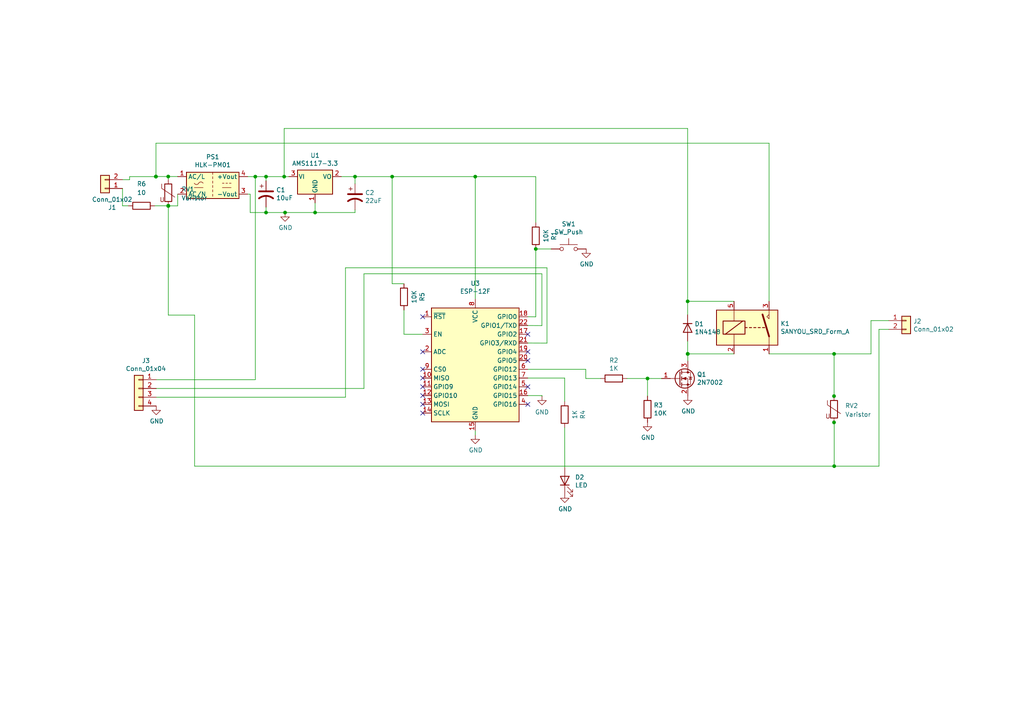
<source format=kicad_sch>
(kicad_sch (version 20211123) (generator eeschema)
  (paper "A4")
  (lib_symbols
    (symbol "Connector_Generic:Conn_01x02" (pin_names (offset 1.016) hide)
      (property "Reference" "J" (at 0 2.54 0))
      (property "Value" "Conn_01x02" (at 0 -5.08 0))
      (symbol "Conn_01x02_1_1"
        (rectangle (start -1.27 -2.413) (end 0 -2.667) (stroke (width 0.1524)))
        (rectangle (start -1.27 0.127) (end 0 -0.127) (stroke (width 0.1524)))
        (rectangle (start -1.27 1.27) (end 1.27 -3.81) (stroke (width 0.254)) (fill (type background)))
        (pin passive line (at -5.08 0 0) (length 3.81) (name "Pin_1") (number "1"))
        (pin passive line (at -5.08 -2.54 0) (length 3.81) (name "Pin_2") (number "2"))
      )
    )
    (symbol "Connector_Generic:Conn_01x04" (pin_names (offset 1.016) hide)
      (property "Reference" "J" (at 0 5.08 0))
      (property "Value" "Conn_01x04" (at 0 -7.62 0))
      (symbol "Conn_01x04_1_1"
        (rectangle (start -1.27 -4.953) (end 0 -5.207) (stroke (width 0.1524)))
        (rectangle (start -1.27 -2.413) (end 0 -2.667) (stroke (width 0.1524)))
        (rectangle (start -1.27 0.127) (end 0 -0.127) (stroke (width 0.1524)))
        (rectangle (start -1.27 2.667) (end 0 2.413) (stroke (width 0.1524)))
        (rectangle (start -1.27 3.81) (end 1.27 -6.35) (stroke (width 0.254)) (fill (type background)))
        (pin passive line (at -5.08 2.54 0) (length 3.81) (name "Pin_1") (number "1"))
        (pin passive line (at -5.08 0 0) (length 3.81) (name "Pin_2") (number "2"))
        (pin passive line (at -5.08 -2.54 0) (length 3.81) (name "Pin_3") (number "3"))
        (pin passive line (at -5.08 -5.08 0) (length 3.81) (name "Pin_4") (number "4"))
      )
    )
    (symbol "Converter_ACDC:HLK-PM01"
      (property "Reference" "PS" (at 0 5.08 0))
      (property "Value" "HLK-PM01" (at 0 -5.08 0))
      (symbol "HLK-PM01_0_1"
        (rectangle (start -7.62 3.81) (end 7.62 -3.81) (stroke (width 0.254)) (fill (type background)))
        (arc (start -5.334 0.635) (mid -4.699 0.2495) (end -4.064 0.635))
        (arc (start -2.794 0.635) (mid -3.429 1.0072) (end -4.064 0.635))
        (polyline (pts (xy -5.334 -0.635) (xy -2.794 -0.635)))
        (polyline (pts (xy 0 -2.54) (xy 0 -3.175)))
        (polyline (pts (xy 0 -1.27) (xy 0 -1.905)))
        (polyline (pts (xy 0 0) (xy 0 -0.635)))
        (polyline (pts (xy 0 1.27) (xy 0 0.635)))
        (polyline (pts (xy 0 2.54) (xy 0 1.905)))
        (polyline (pts (xy 0 3.81) (xy 0 3.175)))
        (polyline (pts (xy 2.794 -0.635) (xy 5.334 -0.635)))
        (polyline (pts (xy 2.794 0.635) (xy 3.302 0.635)))
        (polyline (pts (xy 3.81 0.635) (xy 4.318 0.635)))
        (polyline (pts (xy 4.826 0.635) (xy 5.334 0.635)))
      )
      (symbol "HLK-PM01_1_1"
        (pin power_in line (at -10.16 2.54 0) (length 2.54) (name "AC/L") (number "1"))
        (pin power_in line (at -10.16 -2.54 0) (length 2.54) (name "AC/N") (number "2"))
        (pin power_out line (at 10.16 -2.54 180) (length 2.54) (name "-Vout") (number "3"))
        (pin power_out line (at 10.16 2.54 180) (length 2.54) (name "+Vout") (number "4"))
      )
    )
    (symbol "Device:LED" (pin_numbers hide) (pin_names (offset 1.016) hide)
      (property "Reference" "D" (at 0 2.54 0))
      (property "Value" "LED" (at 0 -2.54 0))
      (symbol "LED_0_1"
        (polyline (pts (xy -1.27 -1.27) (xy -1.27 1.27)) (stroke (width 0.254)))
        (polyline (pts (xy -1.27 0) (xy 1.27 0)))
        (polyline (pts (xy 1.27 -1.27) (xy 1.27 1.27) (xy -1.27 0) (xy 1.27 -1.27)) (stroke (width 0.254)))
        (polyline (pts (xy -3.048 -0.762) (xy -4.572 -2.286) (xy -3.81 -2.286) (xy -4.572 -2.286) (xy -4.572 -1.524)))
        (polyline (pts (xy -1.778 -0.762) (xy -3.302 -2.286) (xy -2.54 -2.286) (xy -3.302 -2.286) (xy -3.302 -1.524)))
      )
      (symbol "LED_1_1"
        (pin passive line (at -3.81 0 0) (length 2.54) (name "K") (number "1"))
        (pin passive line (at 3.81 0 180) (length 2.54) (name "A") (number "2"))
      )
    )
    (symbol "Device:R" (pin_numbers hide) (pin_names (offset 0))
      (property "Reference" "R" (at 2.032 0 90))
      (property "Value" "R" (at 0 0 90))
      (symbol "R_0_1"
        (rectangle (start -1.016 -2.54) (end 1.016 2.54) (stroke (width 0.254)))
      )
      (symbol "R_1_1"
        (pin passive line (at 0 3.81 270) (length 1.27) (name "~") (number "1"))
        (pin passive line (at 0 -3.81 90) (length 1.27) (name "~") (number "2"))
      )
    )
    (symbol "Device:Varistor" (pin_numbers hide) (pin_names (offset 0))
      (property "Reference" "RV" (at 3.175 0 90))
      (property "Value" "Varistor" (at -3.175 0 90))
      (symbol "Varistor_0_0"
        (text "U" (at -1.778 -2.032 0) (effects (font (size 1.27 1.27))))
      )
      (symbol "Varistor_0_1"
        (rectangle (start -1.016 -2.54) (end 1.016 2.54) (stroke (width 0.254)))
        (polyline (pts (xy -1.905 2.54) (xy -1.905 1.27) (xy 1.905 -1.27)))
      )
      (symbol "Varistor_1_1"
        (pin passive line (at 0 3.81 270) (length 1.27) (name "~") (number "1"))
        (pin passive line (at 0 -3.81 90) (length 1.27) (name "~") (number "2"))
      )
    )
    (symbol "Diode:1N4148" (pin_numbers hide) (pin_names (offset 1.016) hide)
      (property "Reference" "D" (at 0 2.54 0))
      (property "Value" "1N4148" (at 0 -2.54 0))
      (symbol "1N4148_0_1"
        (polyline (pts (xy -1.27 1.27) (xy -1.27 -1.27)) (stroke (width 0.254)))
        (polyline (pts (xy 1.27 0) (xy -1.27 0)))
        (polyline (pts (xy 1.27 1.27) (xy 1.27 -1.27) (xy -1.27 0) (xy 1.27 1.27)) (stroke (width 0.254)))
      )
      (symbol "1N4148_1_1"
        (pin passive line (at -3.81 0 0) (length 2.54) (name "K") (number "1"))
        (pin passive line (at 3.81 0 180) (length 2.54) (name "A") (number "2"))
      )
    )
    (symbol "RF_Module:ESP-12F"
      (property "Reference" "U" (at -12.7 19.05 0))
      (property "Value" "ESP-12F" (at 12.7 19.05 0))
      (symbol "ESP-12F_0_1"
        (rectangle (start -12.7 17.78) (end 12.7 -15.24) (stroke (width 0.254)) (fill (type background)))
      )
      (symbol "ESP-12F_1_1"
        (pin input line (at -15.24 15.24 0) (length 2.54) (name "~{RST}") (number "1"))
        (pin bidirectional line (at -15.24 -2.54 0) (length 2.54) (name "MISO") (number "10"))
        (pin bidirectional line (at -15.24 -5.08 0) (length 2.54) (name "GPIO9") (number "11"))
        (pin bidirectional line (at -15.24 -7.62 0) (length 2.54) (name "GPIO10") (number "12"))
        (pin bidirectional line (at -15.24 -10.16 0) (length 2.54) (name "MOSI") (number "13"))
        (pin bidirectional line (at -15.24 -12.7 0) (length 2.54) (name "SCLK") (number "14"))
        (pin power_in line (at 0 -17.78 90) (length 2.54) (name "GND") (number "15"))
        (pin bidirectional line (at 15.24 -7.62 180) (length 2.54) (name "GPIO15") (number "16"))
        (pin bidirectional line (at 15.24 10.16 180) (length 2.54) (name "GPIO2") (number "17"))
        (pin bidirectional line (at 15.24 15.24 180) (length 2.54) (name "GPIO0") (number "18"))
        (pin bidirectional line (at 15.24 5.08 180) (length 2.54) (name "GPIO4") (number "19"))
        (pin input line (at -15.24 5.08 0) (length 2.54) (name "ADC") (number "2"))
        (pin bidirectional line (at 15.24 2.54 180) (length 2.54) (name "GPIO5") (number "20"))
        (pin bidirectional line (at 15.24 7.62 180) (length 2.54) (name "GPIO3/RXD") (number "21"))
        (pin bidirectional line (at 15.24 12.7 180) (length 2.54) (name "GPIO1/TXD") (number "22"))
        (pin input line (at -15.24 10.16 0) (length 2.54) (name "EN") (number "3"))
        (pin bidirectional line (at 15.24 -10.16 180) (length 2.54) (name "GPIO16") (number "4"))
        (pin bidirectional line (at 15.24 -5.08 180) (length 2.54) (name "GPIO14") (number "5"))
        (pin bidirectional line (at 15.24 0 180) (length 2.54) (name "GPIO12") (number "6"))
        (pin bidirectional line (at 15.24 -2.54 180) (length 2.54) (name "GPIO13") (number "7"))
        (pin power_in line (at 0 20.32 270) (length 2.54) (name "VCC") (number "8"))
        (pin input line (at -15.24 0 0) (length 2.54) (name "CS0") (number "9"))
      )
    )
    (symbol "Regulator_Linear:AMS1117-3.3" (pin_names (offset 0.254))
      (property "Reference" "U" (at -3.81 3.175 0))
      (property "Value" "AMS1117-3.3" (at 0 3.175 0))
      (symbol "AMS1117-3.3_0_1"
        (rectangle (start -5.08 -5.08) (end 5.08 1.905) (stroke (width 0.254)) (fill (type background)))
      )
      (symbol "AMS1117-3.3_1_1"
        (pin power_in line (at 0 -7.62 90) (length 2.54) (name "GND") (number "1"))
        (pin power_out line (at 7.62 0 180) (length 2.54) (name "VO") (number "2"))
        (pin power_in line (at -7.62 0 0) (length 2.54) (name "VI") (number "3"))
      )
    )
    (symbol "Relay:SANYOU_SRD_Form_A"
      (property "Reference" "K" (at 8.89 3.81 0))
      (property "Value" "SANYOU_SRD_Form_A" (at 8.89 1.27 0))
      (symbol "SANYOU_SRD_Form_A_0_0"
        (polyline (pts (xy 5.08 5.08) (xy 5.08 2.54) (xy 4.445 3.175) (xy 5.08 3.81)))
      )
      (symbol "SANYOU_SRD_Form_A_0_1"
        (rectangle (start -10.16 5.08) (end 7.62 -5.08) (stroke (width 0.254)) (fill (type background)))
        (rectangle (start -8.255 1.905) (end -1.905 -1.905) (stroke (width 0.254)))
        (polyline (pts (xy -7.62 -1.905) (xy -2.54 1.905)) (stroke (width 0.254)))
        (polyline (pts (xy -5.08 -5.08) (xy -5.08 -1.905)))
        (polyline (pts (xy -5.08 5.08) (xy -5.08 1.905)))
        (polyline (pts (xy -1.905 0) (xy -1.27 0)) (stroke (width 0.254)))
        (polyline (pts (xy -0.635 0) (xy 0 0)) (stroke (width 0.254)))
        (polyline (pts (xy 0.635 0) (xy 1.27 0)) (stroke (width 0.254)))
        (polyline (pts (xy 1.905 0) (xy 2.54 0)) (stroke (width 0.254)))
        (polyline (pts (xy 3.175 0) (xy 3.81 0)) (stroke (width 0.254)))
        (polyline (pts (xy 5.08 -2.54) (xy 3.175 3.81)) (stroke (width 0.508)))
        (polyline (pts (xy 5.08 -2.54) (xy 5.08 -5.08)))
      )
      (symbol "SANYOU_SRD_Form_A_1_1"
        (pin passive line (at 5.08 -7.62 90) (length 2.54) (name "~") (number "1"))
        (pin passive line (at -5.08 -7.62 90) (length 2.54) (name "~") (number "2"))
        (pin passive line (at 5.08 7.62 270) (length 2.54) (name "~") (number "3"))
        (pin passive line (at -5.08 7.62 270) (length 2.54) (name "~") (number "5"))
      )
    )
    (symbol "Switch:SW_Push" (pin_numbers hide) (pin_names (offset 1.016) hide)
      (property "Reference" "SW" (at 1.27 2.54 0))
      (property "Value" "SW_Push" (at 0 -1.524 0))
      (symbol "SW_Push_0_1"
        (circle (center -2.032 0) (radius 0.508))
        (polyline (pts (xy 0 1.27) (xy 0 3.048)))
        (polyline (pts (xy 2.54 1.27) (xy -2.54 1.27)))
        (circle (center 2.032 0) (radius 0.508))
        (pin passive line (at -5.08 0 0) (length 2.54) (name "1") (number "1"))
        (pin passive line (at 5.08 0 180) (length 2.54) (name "2") (number "2"))
      )
    )
    (symbol "Transistor_FET:2N7002" (pin_names hide)
      (property "Reference" "Q" (at 5.08 1.905 0))
      (property "Value" "2N7002" (at 5.08 0 0))
      (symbol "2N7002_0_1"
        (polyline (pts (xy 0.254 0) (xy -2.54 0)))
        (polyline (pts (xy 0.254 1.905) (xy 0.254 -1.905)) (stroke (width 0.254)))
        (polyline (pts (xy 0.762 -1.27) (xy 0.762 -2.286)) (stroke (width 0.254)))
        (polyline (pts (xy 0.762 0.508) (xy 0.762 -0.508)) (stroke (width 0.254)))
        (polyline (pts (xy 0.762 2.286) (xy 0.762 1.27)) (stroke (width 0.254)))
        (polyline (pts (xy 2.54 2.54) (xy 2.54 1.778)))
        (polyline (pts (xy 2.54 -2.54) (xy 2.54 0) (xy 0.762 0)))
        (polyline (pts (xy 0.762 -1.778) (xy 3.302 -1.778) (xy 3.302 1.778) (xy 0.762 1.778)))
        (polyline (pts (xy 1.016 0) (xy 2.032 0.381) (xy 2.032 -0.381) (xy 1.016 0)) (fill (type outline)))
        (polyline (pts (xy 2.794 0.508) (xy 2.921 0.381) (xy 3.683 0.381) (xy 3.81 0.254)))
        (polyline (pts (xy 3.302 0.381) (xy 2.921 -0.254) (xy 3.683 -0.254) (xy 3.302 0.381)))
        (circle (center 1.651 0) (radius 2.794) (stroke (width 0.254)))
        (circle (center 2.54 -1.778) (radius 0.254) (fill (type outline)))
        (circle (center 2.54 1.778) (radius 0.254) (fill (type outline)))
      )
      (symbol "2N7002_1_1"
        (pin input line (at -5.08 0 0) (length 2.54) (name "G") (number "1"))
        (pin passive line (at 2.54 -5.08 90) (length 2.54) (name "S") (number "2"))
        (pin passive line (at 2.54 5.08 270) (length 2.54) (name "D") (number "3"))
      )
    )
    (symbol "iotOnOff-rescue:CP1-Device" (pin_numbers hide) (pin_names (offset 0.254) hide)
      (property "Reference" "C" (at 0.635 2.54 0))
      (property "Value" "CP1-Device" (at 0.635 -2.54 0))
      (symbol "CP1-Device_0_1"
        (polyline (pts (xy -2.032 0.762) (xy 2.032 0.762)) (stroke (width 0.508)))
        (polyline (pts (xy -1.778 2.286) (xy -0.762 2.286)))
        (polyline (pts (xy -1.27 1.778) (xy -1.27 2.794)))
        (arc (start 2.032 -1.27) (mid 0 -0.5572) (end -2.032 -1.27) (stroke (width 0.508)))
      )
      (symbol "CP1-Device_1_1"
        (pin passive line (at 0 3.81 270) (length 2.794) (name "~") (number "1"))
        (pin passive line (at 0 -3.81 90) (length 3.302) (name "~") (number "2"))
      )
    )
    (symbol "power:GND" (power) (pin_names (offset 0))
      (property "Value" "GND" (at 0 -3.81 0))
      (symbol "GND_0_1"
        (polyline (pts (xy 0 0) (xy 0 -1.27) (xy 1.27 -1.27) (xy 0 -2.54) (xy -1.27 -1.27) (xy 0 -1.27)))
      )
      (symbol "GND_1_1"
        (pin power_in line (at 0 0 270) (length 0) hide (name "GND") (number "1"))
      )
    )
  )
  (junction (at 74.0521 51.2318))
  (junction (at 77.1652 51.2318))
  (junction (at 45.2 51.2))
  (junction (at 48.8 59.71))
  (junction (at 91.3892 61.6458))
  (junction (at 113.7412 51.2318))
  (junction (at 45.2374 51.2318))
  (junction (at 199.4408 87.4014))
  (junction (at 48.8155 59.71))
  (junction (at 48.8017 59.6926))
  (junction (at 199.4916 102.6414))
  (junction (at 241.9208 102.6414))
  (junction (at 48.8017 59.71))
  (junction (at 199.4408 102.6414))
  (junction (at 241.9517 135.2042))
  (junction (at 137.8458 51.2318))
  (junction (at 102.9716 51.2318))
  (junction (at 48.8 51.2))
  (junction (at 82.677 61.6458))
  (junction (at 155.3972 72.2122))
  (junction (at 241.9 114.89))
  (junction (at 77.1652 61.6458))
  (junction (at 241.9 122.51))
  (junction (at 187.8076 109.7788))
  (junction (at 82.423 51.2318))
  (no_connect (at 122.6058 117.2718))
  (no_connect (at 153.0858 104.5718))
  (no_connect (at 122.6058 114.7318))
  (no_connect (at 122.6058 112.1918))
  (no_connect (at 122.6058 119.8118))
  (no_connect (at 153.0858 112.1918))
  (no_connect (at 153.0858 96.9518))
  (no_connect (at 122.6058 102.0318))
  (no_connect (at 122.6058 91.8718))
  (no_connect (at 153.0858 117.2718))
  (no_connect (at 153.0858 102.0318))
  (no_connect (at 122.6058 109.6518))
  (no_connect (at 122.6058 107.1118))
  (wire (pts (xy 241.9208 102.6414) (xy 241.9208 114.89)))
  (wire (pts (xy 252.6284 92.9894) (xy 257.7592 92.9894)))
  (wire (pts (xy 102.9716 51.2318) (xy 113.7412 51.2318)))
  (wire (pts (xy 105.5624 112.6744) (xy 105.5624 79.4004)))
  (wire (pts (xy 155.3972 91.8972) (xy 153.0858 91.8718)))
  (wire (pts (xy 74.0521 110.1344) (xy 74.0521 51.2318)))
  (wire (pts (xy 51.5 51.2) (xy 48.8 51.2)))
  (wire (pts (xy 187.8076 114.8842) (xy 187.8076 109.7788)))
  (wire (pts (xy 51.5366 56.3118) (xy 51.5366 59.71)))
  (wire (pts (xy 169.9006 107.1118) (xy 169.9006 109.7788)))
  (wire (pts (xy 191.8716 109.7788) (xy 187.8076 109.7788)))
  (wire (pts (xy 45.2 51.2) (xy 45.2374 51.2318)))
  (wire (pts (xy 35.5346 59.6926) (xy 37.2312 59.6926)))
  (wire (pts (xy 100.203 77.6732) (xy 158.6484 77.6732)))
  (wire (pts (xy 56.4388 91.3892) (xy 56.4388 135.2042)))
  (wire (pts (xy 252.6284 102.6414) (xy 252.6284 92.9894)))
  (wire (pts (xy 155.3972 72.2122) (xy 155.3972 91.8972)))
  (wire (pts (xy 48.8 51.2) (xy 48.8 52.09)))
  (wire (pts (xy 223.0628 41.529) (xy 223.0628 87.4014)))
  (wire (pts (xy 77.1652 51.2318) (xy 82.423 51.2318)))
  (wire (pts (xy 241.9517 135.2042) (xy 254.9398 135.2042)))
  (wire (pts (xy 199.4408 37.2618) (xy 199.4408 87.4014)))
  (wire (pts (xy 100.203 115.2144) (xy 100.203 77.6732)))
  (wire (pts (xy 77.1652 52.451) (xy 77.1652 51.2318)))
  (wire (pts (xy 199.4408 87.4014) (xy 212.9028 87.4014)))
  (wire (pts (xy 153.0858 114.7318) (xy 157.2 114.7318)))
  (wire (pts (xy 105.5624 79.4004) (xy 157.1752 79.4004)))
  (wire (pts (xy 71.8566 51.2318) (xy 74.0521 51.2318)))
  (wire (pts (xy 163.7792 124.0536) (xy 163.8046 135.6106)))
  (wire (pts (xy 45.2374 51.2318) (xy 37.592 51.2318)))
  (wire (pts (xy 137.8458 86.7918) (xy 137.8458 51.2318)))
  (wire (pts (xy 51.5366 59.71) (xy 48.8155 59.71)))
  (wire (pts (xy 157.2 114.7318) (xy 157.2 114.9)))
  (wire (pts (xy 117.1702 89.916) (xy 117.1702 96.9518)))
  (wire (pts (xy 45.3136 110.1344) (xy 74.0521 110.1344)))
  (wire (pts (xy 137.8458 51.2318) (xy 155.3972 51.2318)))
  (wire (pts (xy 102.9716 53.2638) (xy 102.9716 51.2318)))
  (wire (pts (xy 199.4408 102.6414) (xy 199.4916 102.6414)))
  (wire (pts (xy 45.3136 115.2144) (xy 100.203 115.2144)))
  (wire (pts (xy 113.7412 51.2318) (xy 137.8458 51.2318)))
  (wire (pts (xy 82.423 37.2618) (xy 82.423 51.2318)))
  (wire (pts (xy 158.6484 99.5172) (xy 153.0858 99.4918)))
  (wire (pts (xy 241.9517 135.2042) (xy 241.9517 122.51)))
  (wire (pts (xy 241.9208 102.6414) (xy 252.6284 102.6414)))
  (wire (pts (xy 99.0092 51.2318) (xy 102.9716 51.2318)))
  (wire (pts (xy 199.4408 37.2618) (xy 82.423 37.2618)))
  (wire (pts (xy 51.5 51.2) (xy 51.5366 51.2318)))
  (wire (pts (xy 241.9517 122.51) (xy 241.9 122.51)))
  (wire (pts (xy 56.4388 135.2042) (xy 241.9517 135.2042)))
  (wire (pts (xy 72.5678 61.6458) (xy 77.1652 61.6458)))
  (wire (pts (xy 45.2374 51.2318) (xy 45.2374 41.529)))
  (wire (pts (xy 158.6484 77.6732) (xy 158.6484 99.5172)))
  (wire (pts (xy 45.2374 41.529) (xy 223.0628 41.529)))
  (wire (pts (xy 74.0521 51.2318) (xy 77.1652 51.2318)))
  (wire (pts (xy 113.7412 51.2318) (xy 113.7412 82.296)))
  (wire (pts (xy 157.1752 79.4004) (xy 157.1752 94.4372)))
  (wire (pts (xy 169.9006 109.7788) (xy 174.2186 109.7788)))
  (wire (pts (xy 199.4408 98.933) (xy 199.4408 102.6414)))
  (wire (pts (xy 241.9208 114.89) (xy 241.9 114.89)))
  (wire (pts (xy 137.8458 124.8918) (xy 137.8458 126.1618)))
  (wire (pts (xy 48.8155 59.71) (xy 48.8017 59.71)))
  (wire (pts (xy 199.4916 104.6988) (xy 199.4916 102.6414)))
  (wire (pts (xy 37.592 51.2318) (xy 37.592 52.1208)))
  (wire (pts (xy 48.8017 59.6926) (xy 48.8017 59.71)))
  (wire (pts (xy 77.1652 60.071) (xy 77.1652 61.6458)))
  (wire (pts (xy 45.3136 112.6744) (xy 105.5624 112.6744)))
  (wire (pts (xy 254.9398 135.2042) (xy 254.9398 95.5294)))
  (wire (pts (xy 48.8155 91.3892) (xy 48.8155 59.71)))
  (wire (pts (xy 155.3972 72.2122) (xy 159.8676 72.2122)))
  (wire (pts (xy 155.3972 51.2318) (xy 155.3972 64.5922)))
  (wire (pts (xy 163.7792 109.6518) (xy 163.7792 116.4336)))
  (wire (pts (xy 254.9398 95.5294) (xy 257.7592 95.5294)))
  (wire (pts (xy 117.1702 96.9518) (xy 122.6058 96.9518)))
  (wire (pts (xy 37.592 52.1208) (xy 35.5346 52.1208)))
  (wire (pts (xy 102.9716 60.8838) (xy 102.9716 61.6458)))
  (wire (pts (xy 223.0628 102.6414) (xy 241.9208 102.6414)))
  (wire (pts (xy 72.5678 56.3118) (xy 72.5678 61.6458)))
  (wire (pts (xy 56.4388 91.3892) (xy 48.8155 91.3892)))
  (wire (pts (xy 44.8512 59.6926) (xy 48.8017 59.6926)))
  (wire (pts (xy 77.1652 61.6458) (xy 82.677 61.6458)))
  (wire (pts (xy 82.677 61.6458) (xy 91.3892 61.6458)))
  (wire (pts (xy 187.8076 109.7788) (xy 181.8386 109.7788)))
  (wire (pts (xy 153.0858 107.1118) (xy 169.9006 107.1118)))
  (wire (pts (xy 48.8 51.2) (xy 45.2 51.2)))
  (wire (pts (xy 48.8017 59.71) (xy 48.8 59.71)))
  (wire (pts (xy 71.8566 56.3118) (xy 72.5678 56.3118)))
  (wire (pts (xy 82.423 51.2318) (xy 83.7692 51.2318)))
  (wire (pts (xy 199.4916 102.6414) (xy 212.9028 102.6414)))
  (wire (pts (xy 35.5346 54.6608) (xy 35.5346 59.6926)))
  (wire (pts (xy 117.1702 82.296) (xy 113.7412 82.296)))
  (wire (pts (xy 91.3892 61.6458) (xy 91.3892 58.8518)))
  (wire (pts (xy 153.0858 109.6518) (xy 163.7792 109.6518)))
  (wire (pts (xy 199.4408 87.4014) (xy 199.4408 91.313)))
  (wire (pts (xy 102.9716 61.6458) (xy 91.3892 61.6458)))
  (wire (pts (xy 157.1752 94.4372) (xy 153.0858 94.4118)))
  (symbol (lib_id "Converter_ACDC:HLK-PM01") (at 61.6966 53.7718 0) (unit 1)
    (property "Reference" "PS1" (at 61.6966 45.5168 0))
    (property "Value" "HLK-PM01" (at 61.6966 47.8282 0))
    (property "Footprint" "Converter_ACDC:Converter_ACDC_HiLink_HLK-PMxx" (effects hide))
    (property "Datasheet" "http://www.hlktech.net/product_detail.php?ProId=54" (effects hide))
  )
  (symbol (lib_id "Transistor_FET:2N7002") (at 196.9516 109.7788 0) (unit 1)
    (property "Reference" "Q1" (at 202.1332 108.6104 0) (effects (justify left)))
    (property "Value" "2N7002" (at 202.1332 110.9218 0) (effects (justify left)))
    (property "Footprint" "Package_TO_SOT_SMD:SOT-23" (effects hide))
    (property "Datasheet" "https://www.fairchildsemi.com/datasheets/2N/2N7002.pdf" (effects hide))
  )
  (symbol (lib_id "Regulator_Linear:AMS1117-3.3") (at 91.3892 51.2318 0) (unit 1)
    (property "Reference" "U1" (at 91.3892 45.085 0))
    (property "Value" "AMS1117-3.3" (at 91.3892 47.3964 0))
    (property "Footprint" "Package_TO_SOT_SMD:SOT-223" (effects hide))
    (property "Datasheet" "http://www.advanced-monolithic.com/pdf/ds1117.pdf" (effects hide))
  )
  (symbol (lib_id "Device:R") (at 187.8076 118.6942 0) (unit 1)
    (property "Reference" "R3" (at 189.5856 117.5258 0) (effects (justify left)))
    (property "Value" "10K" (at 189.5856 119.8372 0) (effects (justify left)))
    (property "Footprint" "Resistor_SMD:R_0805_2012Metric" (effects hide))
  )
  (symbol (lib_id "Device:R") (at 178.0286 109.7788 270) (unit 1)
    (property "Reference" "R2" (at 178.0286 104.521 90))
    (property "Value" "1K" (at 178.0286 106.8324 90))
    (property "Footprint" "Resistor_SMD:R_0805_2012Metric" (effects hide))
  )
  (symbol (lib_id "power:GND") (at 82.677 61.6458 0) (unit 1)
    (property "Reference" "#PWR0101" (effects hide))
    (property "Value" "GND" (at 82.804 66.04 0))
  )
  (symbol (lib_id "Connector_Generic:Conn_01x02") (at 30.4546 54.6608 180) (unit 1)
    (property "Reference" "J1" (at 32.5374 60.1726 0))
    (property "Value" "Conn_01x02" (at 32.5374 57.8612 0))
    (property "Footprint" "TerminalBlock_RND:KF8500" (effects hide))
  )
  (symbol (lib_id "Relay:SANYOU_SRD_Form_A") (at 217.9828 95.0214 0) (unit 1)
    (property "Reference" "K1" (at 226.3648 93.853 0) (effects (justify left)))
    (property "Value" "SANYOU_SRD_Form_A" (at 226.3648 96.1644 0) (effects (justify left)))
    (property "Footprint" "Relay_THT:Relay_SPDT_SANYOU_SRD_Series_Form_C" (effects hide))
    (property "Datasheet" "http://www.sanyourelay.ca/public/products/pdf/SRD.pdf" (effects hide))
  )
  (symbol (lib_id "Diode:1N4148") (at 199.4408 95.123 270) (unit 1)
    (property "Reference" "D1" (at 201.4474 93.9546 90) (effects (justify left)))
    (property "Value" "1N4148" (at 201.4474 96.266 90) (effects (justify left)))
    (property "Footprint" "Diode_SMD:D_SOD-323F" (effects hide))
    (property "Datasheet" "https://assets.nexperia.com/documents/data-sheet/1N4148_1N4448.pdf" (effects hide))
  )
  (symbol (lib_id "power:GND") (at 187.8076 122.5042 0) (unit 1)
    (property "Reference" "#PWR0103" (effects hide))
    (property "Value" "GND" (at 187.9346 126.8984 0))
  )
  (symbol (lib_id "Connector_Generic:Conn_01x02") (at 262.8392 92.9894 0) (unit 1)
    (property "Reference" "J2" (at 264.8712 93.1926 0) (effects (justify left)))
    (property "Value" "Conn_01x02" (at 264.8712 95.504 0) (effects (justify left)))
    (property "Footprint" "TerminalBlock_RND:KF8500" (effects hide))
  )
  (symbol (lib_id "power:GND") (at 199.4916 114.8588 0) (unit 1)
    (property "Reference" "#PWR0104" (effects hide))
    (property "Value" "GND" (at 199.6186 119.253 0))
  )
  (symbol (lib_id "Device:R") (at 155.3972 68.4022 180) (unit 1)
    (property "Reference" "R1" (at 160.655 68.4022 90))
    (property "Value" "10K" (at 158.3436 68.4022 90))
    (property "Footprint" "Resistor_SMD:R_0805_2012Metric" (effects hide))
  )
  (symbol (lib_id "iotOnOff-rescue:CP1-Device") (at 77.1652 56.261 0) (unit 1)
    (property "Reference" "C1" (at 80.0862 55.0926 0) (effects (justify left)))
    (property "Value" "10uF" (at 80.0862 57.404 0) (effects (justify left)))
    (property "Footprint" "Capacitor_SMD:C_0805_2012Metric" (effects hide))
    (property "LCSC Part Number" "C5555" (effects hide))
  )
  (symbol (lib_id "iotOnOff-rescue:CP1-Device") (at 102.9716 57.0738 0) (unit 1)
    (property "Reference" "C2" (at 105.8926 55.9054 0) (effects (justify left)))
    (property "Value" "22uF" (at 105.8926 58.2168 0) (effects (justify left)))
    (property "Footprint" "Capacitor_SMD:C_0805_2012Metric" (effects hide))
  )
  (symbol (lib_id "Switch:SW_Push") (at 164.9476 72.2122 0) (unit 1)
    (property "Reference" "SW1" (at 164.9476 64.9732 0))
    (property "Value" "SW_Push" (at 164.9476 67.2846 0))
    (property "Footprint" "Button_Switch_THT:SW_PUSH_6mm_H4.3mm" (effects hide))
  )
  (symbol (lib_id "power:GND") (at 170.0276 72.2122 0) (unit 1)
    (property "Reference" "#PWR0105" (effects hide))
    (property "Value" "GND" (at 170.1546 76.6064 0))
  )
  (symbol (lib_id "Connector_Generic:Conn_01x04") (at 40.2336 112.6744 0) (mirror y) (unit 1)
    (property "Reference" "J3" (at 42.3164 104.6226 0))
    (property "Value" "Conn_01x04" (at 42.3164 106.934 0))
    (property "Footprint" "Connector_PinHeader_2.54mm:PinHeader_1x04_P2.54mm_Vertical" (effects hide))
  )
  (symbol (lib_id "power:GND") (at 45.3136 117.7544 0) (unit 1)
    (property "Reference" "#PWR0106" (effects hide))
    (property "Value" "GND" (at 45.4406 122.1486 0))
  )
  (symbol (lib_id "power:GND") (at 137.8458 126.1618 0) (unit 1)
    (property "Reference" "#PWR0102" (effects hide))
    (property "Value" "GND" (at 137.9728 130.556 0))
  )
  (symbol (lib_id "Device:R") (at 163.7792 120.2436 180) (unit 1)
    (property "Reference" "R4" (at 169.037 120.2436 90))
    (property "Value" "1K" (at 166.7256 120.2436 90))
    (property "Footprint" "Resistor_SMD:R_0805_2012Metric" (effects hide))
  )
  (symbol (lib_id "Device:LED") (at 163.8046 139.4206 90) (unit 1)
    (property "Reference" "D2" (at 166.7764 138.43 90) (effects (justify right)))
    (property "Value" "LED" (at 166.7764 140.7414 90) (effects (justify right)))
    (property "Footprint" "LED_THT:LED_D5.0mm" (effects hide))
  )
  (symbol (lib_id "power:GND") (at 163.8046 143.2306 0) (unit 1)
    (property "Reference" "#PWR0107" (effects hide))
    (property "Value" "GND" (at 163.9316 147.6248 0))
  )
  (symbol (lib_id "RF_Module:ESP-12F") (at 137.8458 107.1118 0) (unit 1)
    (property "Reference" "U3" (at 137.8458 82.1944 0))
    (property "Value" "ESP-12F" (at 137.8458 84.5058 0))
    (property "Footprint" "RF_Module:ESP-12E" (effects hide))
    (property "Datasheet" "http://wiki.ai-thinker.com/_media/esp8266/esp8266_series_modules_user_manual_v1.1.pdf" (effects hide))
  )
  (symbol (lib_id "Device:R") (at 117.1702 86.106 180) (unit 1)
    (property "Reference" "R5" (at 122.428 86.106 90))
    (property "Value" "10K" (at 120.1166 86.106 90))
    (property "Footprint" "Resistor_SMD:R_0805_2012Metric" (effects hide))
  )
  (symbol (lib_id "power:GND") (at 157.2 114.9 0) (unit 1)
    (property "Reference" "#PWR0108" (effects hide))
    (property "Value" "GND" (at 157.2 119.53 0))
  )
  (symbol (lib_id "Device:Varistor") (at 241.9 118.7 0) (unit 1)
    (property "Reference" "RV2" (at 245.11 117.6831 0) (effects (justify left)))
    (property "Value" "Varistor" (at 245.11 120.2231 0) (effects (justify left)))
    (property "Footprint" "Resistor_THT:R_Axial_DIN0411_L9.9mm_D3.6mm_P7.62mm_Vertical" (effects hide))
  )
  (symbol (lib_id "Device:Varistor") (at 48.8 55.9 0) (unit 1)
    (property "Reference" "RV1" (at 52.6 54.8831 0) (effects (justify left)))
    (property "Value" "Varistor" (at 52.6 57.4231 0) (effects (justify left)))
    (property "Footprint" "Resistor_THT:R_Axial_DIN0411_L9.9mm_D3.6mm_P7.62mm_Vertical" (effects hide))
  )
  (symbol (lib_id "Device:R") (at 41.0412 59.6926 90) (unit 1)
    (property "Reference" "R6" (at 41.0412 53.34 90))
    (property "Value" "10" (at 41.0412 55.88 90))
    (property "Footprint" "Resistor_THT:R_Axial_DIN0411_L9.9mm_D3.6mm_P7.62mm_Vertical" (effects hide))
  )
)
</source>
